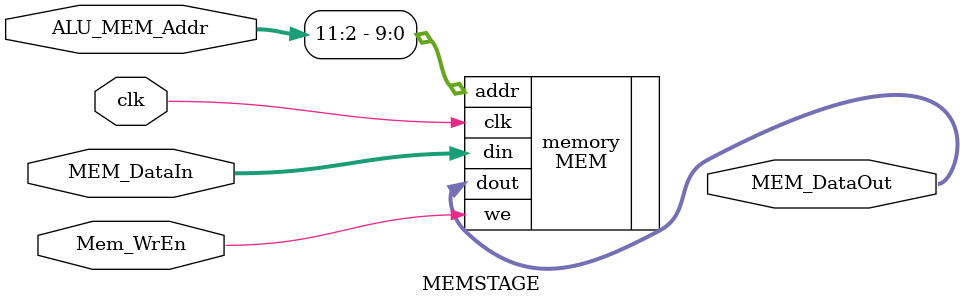
<source format=v>
`timescale 1ns / 1ps

`ifndef MEM
    `include MEM.v
    `define MEM
`endif


module MEMSTAGE(
    input clk,
    input Mem_WrEn,
    input [31:0] ALU_MEM_Addr,
    input [31:0] MEM_DataIn,
    output [31:0] MEM_DataOut
    );

    MEM memory (
        .clk(clk),
        .we(Mem_WrEn),
        .addr(ALU_MEM_Addr[11:2]),
        .din(MEM_DataIn),
        .dout(MEM_DataOut)
    );

endmodule

</source>
